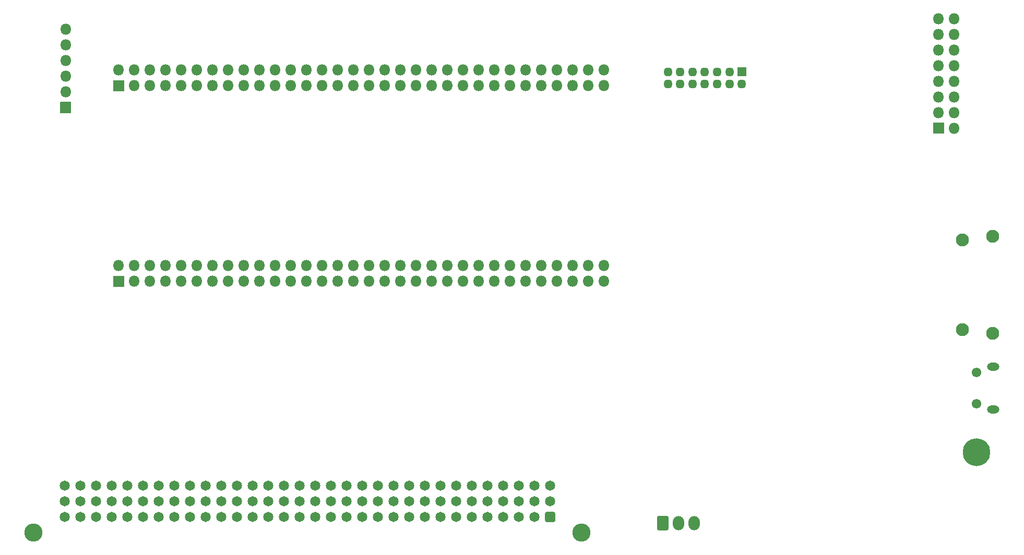
<source format=gbr>
G04 #@! TF.GenerationSoftware,KiCad,Pcbnew,5.1.9+dfsg1-1~bpo10+1*
G04 #@! TF.CreationDate,2023-03-18T13:25:21+01:00*
G04 #@! TF.ProjectId,nubus-to-ztex,6e756275-732d-4746-9f2d-7a7465782e6b,rev?*
G04 #@! TF.SameCoordinates,Original*
G04 #@! TF.FileFunction,Soldermask,Bot*
G04 #@! TF.FilePolarity,Negative*
%FSLAX46Y46*%
G04 Gerber Fmt 4.6, Leading zero omitted, Abs format (unit mm)*
G04 Created by KiCad (PCBNEW 5.1.9+dfsg1-1~bpo10+1) date 2023-03-18 13:25:21*
%MOMM*%
%LPD*%
G01*
G04 APERTURE LIST*
%ADD10O,1.802000X1.802000*%
%ADD11O,1.452000X1.452000*%
%ADD12C,4.502000*%
%ADD13C,1.552000*%
%ADD14O,2.002000X1.302000*%
%ADD15O,1.842000X2.302000*%
%ADD16C,2.102000*%
%ADD17C,2.952000*%
%ADD18C,1.652000*%
%ADD19C,0.100000*%
G04 APERTURE END LIST*
D10*
X265540000Y-19110000D03*
X263000000Y-19110000D03*
X265540000Y-21650000D03*
X263000000Y-21650000D03*
X265540000Y-24190000D03*
X263000000Y-24190000D03*
X265540000Y-26730000D03*
X263000000Y-26730000D03*
X265540000Y-29270000D03*
X263000000Y-29270000D03*
X265540000Y-31810000D03*
X263000000Y-31810000D03*
X265540000Y-34350000D03*
X263000000Y-34350000D03*
X265540000Y-36890000D03*
G36*
G01*
X263901000Y-36040000D02*
X263901000Y-37740000D01*
G75*
G02*
X263850000Y-37791000I-51000J0D01*
G01*
X262150000Y-37791000D01*
G75*
G02*
X262099000Y-37740000I0J51000D01*
G01*
X262099000Y-36040000D01*
G75*
G02*
X262150000Y-35989000I51000J0D01*
G01*
X263850000Y-35989000D01*
G75*
G02*
X263901000Y-36040000I0J-51000D01*
G01*
G37*
D11*
X219080000Y-29730000D03*
X219080000Y-27730000D03*
X221080000Y-29730000D03*
X221080000Y-27730000D03*
X223080000Y-29730000D03*
X223080000Y-27730000D03*
X225080000Y-29730000D03*
X225080000Y-27730000D03*
X227080000Y-29730000D03*
X227080000Y-27730000D03*
X229080000Y-29730000D03*
X229080000Y-27730000D03*
X231080000Y-29730000D03*
G36*
G01*
X230405000Y-27004000D02*
X231755000Y-27004000D01*
G75*
G02*
X231806000Y-27055000I0J-51000D01*
G01*
X231806000Y-28405000D01*
G75*
G02*
X231755000Y-28456000I-51000J0D01*
G01*
X230405000Y-28456000D01*
G75*
G02*
X230354000Y-28405000I0J51000D01*
G01*
X230354000Y-27055000D01*
G75*
G02*
X230405000Y-27004000I51000J0D01*
G01*
G37*
G36*
G01*
X122301000Y-32678000D02*
X122301000Y-34378000D01*
G75*
G02*
X122250000Y-34429000I-51000J0D01*
G01*
X120550000Y-34429000D01*
G75*
G02*
X120499000Y-34378000I0J51000D01*
G01*
X120499000Y-32678000D01*
G75*
G02*
X120550000Y-32627000I51000J0D01*
G01*
X122250000Y-32627000D01*
G75*
G02*
X122301000Y-32678000I0J-51000D01*
G01*
G37*
D10*
X121400000Y-30988000D03*
X121400000Y-28448000D03*
X121400000Y-25908000D03*
X121400000Y-23368000D03*
X121400000Y-20828000D03*
D12*
X269197500Y-89500000D03*
D13*
X269197500Y-81570000D03*
X269197500Y-76570000D03*
D14*
X271897500Y-82570000D03*
X271897500Y-75570000D03*
G36*
G01*
X217339000Y-101886346D02*
X217339000Y-100113654D01*
G75*
G02*
X217603654Y-99849000I264654J0D01*
G01*
X218916346Y-99849000D01*
G75*
G02*
X219181000Y-100113654I0J-264654D01*
G01*
X219181000Y-101886346D01*
G75*
G02*
X218916346Y-102151000I-264654J0D01*
G01*
X217603654Y-102151000D01*
G75*
G02*
X217339000Y-101886346I0J264654D01*
G01*
G37*
D15*
X220800000Y-101000000D03*
X223340000Y-101000000D03*
G36*
G01*
X130850000Y-30901000D02*
X129150000Y-30901000D01*
G75*
G02*
X129099000Y-30850000I0J51000D01*
G01*
X129099000Y-29150000D01*
G75*
G02*
X129150000Y-29099000I51000J0D01*
G01*
X130850000Y-29099000D01*
G75*
G02*
X130901000Y-29150000I0J-51000D01*
G01*
X130901000Y-30850000D01*
G75*
G02*
X130850000Y-30901000I-51000J0D01*
G01*
G37*
D10*
X130000000Y-27460000D03*
X132540000Y-30000000D03*
X132540000Y-27460000D03*
X135080000Y-30000000D03*
X135080000Y-27460000D03*
X137620000Y-30000000D03*
X137620000Y-27460000D03*
X140160000Y-30000000D03*
X140160000Y-27460000D03*
X142700000Y-30000000D03*
X142700000Y-27460000D03*
X145240000Y-30000000D03*
X145240000Y-27460000D03*
X147780000Y-30000000D03*
X147780000Y-27460000D03*
X150320000Y-30000000D03*
X150320000Y-27460000D03*
X152860000Y-30000000D03*
X152860000Y-27460000D03*
X155400000Y-30000000D03*
X155400000Y-27460000D03*
X157940000Y-30000000D03*
X157940000Y-27460000D03*
X160480000Y-30000000D03*
X160480000Y-27460000D03*
X163020000Y-30000000D03*
X163020000Y-27460000D03*
X165560000Y-30000000D03*
X165560000Y-27460000D03*
X168100000Y-30000000D03*
X168100000Y-27460000D03*
X170640000Y-30000000D03*
X170640000Y-27460000D03*
X173180000Y-30000000D03*
X173180000Y-27460000D03*
X175720000Y-30000000D03*
X175720000Y-27460000D03*
X178260000Y-30000000D03*
X178260000Y-27460000D03*
X180800000Y-30000000D03*
X180800000Y-27460000D03*
X183340000Y-30000000D03*
X183340000Y-27460000D03*
X185880000Y-30000000D03*
X185880000Y-27460000D03*
X188420000Y-30000000D03*
X188420000Y-27460000D03*
X190960000Y-30000000D03*
X190960000Y-27460000D03*
X193500000Y-30000000D03*
X193500000Y-27460000D03*
X196040000Y-30000000D03*
X196040000Y-27460000D03*
X198580000Y-30000000D03*
X198580000Y-27460000D03*
X201120000Y-30000000D03*
X201120000Y-27460000D03*
X203660000Y-30000000D03*
X203660000Y-27460000D03*
X206200000Y-30000000D03*
X206200000Y-27460000D03*
X208740000Y-30000000D03*
X208740000Y-27460000D03*
D16*
X271800000Y-70150000D03*
X271800000Y-54450000D03*
X266850000Y-69550000D03*
X266850000Y-55050000D03*
D17*
X205080000Y-102540000D03*
X116180000Y-102540000D03*
G36*
G01*
X200826000Y-99440449D02*
X200826000Y-100559551D01*
G75*
G02*
X200559551Y-100826000I-266449J0D01*
G01*
X199440449Y-100826000D01*
G75*
G02*
X199174000Y-100559551I0J266449D01*
G01*
X199174000Y-99440449D01*
G75*
G02*
X199440449Y-99174000I266449J0D01*
G01*
X200559551Y-99174000D01*
G75*
G02*
X200826000Y-99440449I0J-266449D01*
G01*
G37*
D18*
X197460000Y-100000000D03*
X194920000Y-100000000D03*
X192380000Y-100000000D03*
X189840000Y-100000000D03*
X187300000Y-100000000D03*
X184760000Y-100000000D03*
X182220000Y-100000000D03*
X179680000Y-100000000D03*
X177140000Y-100000000D03*
X174600000Y-100000000D03*
X172060000Y-100000000D03*
X169520000Y-100000000D03*
X166980000Y-100000000D03*
X164440000Y-100000000D03*
X161900000Y-100000000D03*
X159360000Y-100000000D03*
X156820000Y-100000000D03*
X154280000Y-100000000D03*
X151740000Y-100000000D03*
X149200000Y-100000000D03*
X146660000Y-100000000D03*
X144120000Y-100000000D03*
X141580000Y-100000000D03*
X139040000Y-100000000D03*
X136500000Y-100000000D03*
X133960000Y-100000000D03*
X131420000Y-100000000D03*
X128880000Y-100000000D03*
X126340000Y-100000000D03*
X123800000Y-100000000D03*
X121260000Y-100000000D03*
X200000000Y-97460000D03*
X197460000Y-97460000D03*
X194920000Y-97460000D03*
X192380000Y-97460000D03*
X189840000Y-97460000D03*
X187300000Y-97460000D03*
X184760000Y-97460000D03*
X182220000Y-97460000D03*
X179680000Y-97460000D03*
X177140000Y-97460000D03*
X174600000Y-97460000D03*
X172060000Y-97460000D03*
X169520000Y-97460000D03*
X166980000Y-97460000D03*
X164440000Y-97460000D03*
X161900000Y-97460000D03*
X159360000Y-97460000D03*
X156820000Y-97460000D03*
X154280000Y-97460000D03*
X151740000Y-97460000D03*
X149200000Y-97460000D03*
X146660000Y-97460000D03*
X144120000Y-97460000D03*
X141580000Y-97460000D03*
X139040000Y-97460000D03*
X136500000Y-97460000D03*
X133960000Y-97460000D03*
X131420000Y-97460000D03*
X128880000Y-97460000D03*
X126340000Y-97460000D03*
X123800000Y-97460000D03*
X121260000Y-97460000D03*
X200000000Y-94920000D03*
X197460000Y-94920000D03*
X194920000Y-94920000D03*
X192380000Y-94920000D03*
X189840000Y-94920000D03*
X187300000Y-94920000D03*
X184760000Y-94920000D03*
X182220000Y-94920000D03*
X179680000Y-94920000D03*
X177140000Y-94920000D03*
X174600000Y-94920000D03*
X172060000Y-94920000D03*
X169520000Y-94920000D03*
X166980000Y-94920000D03*
X164440000Y-94920000D03*
X161900000Y-94920000D03*
X159360000Y-94920000D03*
X156820000Y-94920000D03*
X154280000Y-94920000D03*
X151740000Y-94920000D03*
X149200000Y-94920000D03*
X146660000Y-94920000D03*
X144120000Y-94920000D03*
X141580000Y-94920000D03*
X139040000Y-94920000D03*
X136500000Y-94920000D03*
X133960000Y-94920000D03*
X131420000Y-94920000D03*
X128880000Y-94920000D03*
X126340000Y-94920000D03*
X123800000Y-94920000D03*
X121260000Y-94920000D03*
D10*
X208740000Y-59210000D03*
X208740000Y-61750000D03*
X206200000Y-59210000D03*
X206200000Y-61750000D03*
X203660000Y-59210000D03*
X203660000Y-61750000D03*
X201120000Y-59210000D03*
X201120000Y-61750000D03*
X198580000Y-59210000D03*
X198580000Y-61750000D03*
X196040000Y-59210000D03*
X196040000Y-61750000D03*
X193500000Y-59210000D03*
X193500000Y-61750000D03*
X190960000Y-59210000D03*
X190960000Y-61750000D03*
X188420000Y-59210000D03*
X188420000Y-61750000D03*
X185880000Y-59210000D03*
X185880000Y-61750000D03*
X183340000Y-59210000D03*
X183340000Y-61750000D03*
X180800000Y-59210000D03*
X180800000Y-61750000D03*
X178260000Y-59210000D03*
X178260000Y-61750000D03*
X175720000Y-59210000D03*
X175720000Y-61750000D03*
X173180000Y-59210000D03*
X173180000Y-61750000D03*
X170640000Y-59210000D03*
X170640000Y-61750000D03*
X168100000Y-59210000D03*
X168100000Y-61750000D03*
X165560000Y-59210000D03*
X165560000Y-61750000D03*
X163020000Y-59210000D03*
X163020000Y-61750000D03*
X160480000Y-59210000D03*
X160480000Y-61750000D03*
X157940000Y-59210000D03*
X157940000Y-61750000D03*
X155400000Y-59210000D03*
X155400000Y-61750000D03*
X152860000Y-59210000D03*
X152860000Y-61750000D03*
X150320000Y-59210000D03*
X150320000Y-61750000D03*
X147780000Y-59210000D03*
X147780000Y-61750000D03*
X145240000Y-59210000D03*
X145240000Y-61750000D03*
X142700000Y-59210000D03*
X142700000Y-61750000D03*
X140160000Y-59210000D03*
X140160000Y-61750000D03*
X137620000Y-59210000D03*
X137620000Y-61750000D03*
X135080000Y-59210000D03*
X135080000Y-61750000D03*
X132540000Y-59210000D03*
X132540000Y-61750000D03*
X130000000Y-59210000D03*
G36*
G01*
X130850000Y-62651000D02*
X129150000Y-62651000D01*
G75*
G02*
X129099000Y-62600000I0J51000D01*
G01*
X129099000Y-60900000D01*
G75*
G02*
X129150000Y-60849000I51000J0D01*
G01*
X130850000Y-60849000D01*
G75*
G02*
X130901000Y-60900000I0J-51000D01*
G01*
X130901000Y-62600000D01*
G75*
G02*
X130850000Y-62651000I-51000J0D01*
G01*
G37*
D19*
G36*
X217340990Y-101886150D02*
G01*
X217346055Y-101937582D01*
X217361003Y-101986856D01*
X217385273Y-102032264D01*
X217417936Y-102072064D01*
X217457736Y-102104727D01*
X217503144Y-102128997D01*
X217552418Y-102143945D01*
X217603850Y-102149010D01*
X217605476Y-102150175D01*
X217605280Y-102152165D01*
X217603654Y-102153000D01*
X217520712Y-102153000D01*
X217520516Y-102152990D01*
X217480244Y-102149024D01*
X217479859Y-102148948D01*
X217447035Y-102138990D01*
X217446673Y-102138840D01*
X217416425Y-102122672D01*
X217416099Y-102122454D01*
X217389583Y-102100694D01*
X217389306Y-102100417D01*
X217367546Y-102073901D01*
X217367328Y-102073575D01*
X217351160Y-102043327D01*
X217351010Y-102042965D01*
X217341052Y-102010141D01*
X217340976Y-102009756D01*
X217337010Y-101969484D01*
X217337000Y-101969288D01*
X217337000Y-101886346D01*
X217338000Y-101884614D01*
X217340000Y-101884614D01*
X217340990Y-101886150D01*
G37*
G36*
X219182165Y-101884720D02*
G01*
X219183000Y-101886346D01*
X219183000Y-101969288D01*
X219182990Y-101969484D01*
X219179024Y-102009756D01*
X219178948Y-102010141D01*
X219168990Y-102042965D01*
X219168840Y-102043327D01*
X219152672Y-102073575D01*
X219152454Y-102073901D01*
X219130694Y-102100417D01*
X219130417Y-102100694D01*
X219103901Y-102122454D01*
X219103575Y-102122672D01*
X219073327Y-102138840D01*
X219072965Y-102138990D01*
X219040141Y-102148948D01*
X219039756Y-102149024D01*
X218999484Y-102152990D01*
X218999288Y-102153000D01*
X218916346Y-102153000D01*
X218914614Y-102152000D01*
X218914614Y-102150000D01*
X218916150Y-102149010D01*
X218967582Y-102143945D01*
X219016856Y-102128997D01*
X219062264Y-102104727D01*
X219102064Y-102072064D01*
X219134727Y-102032264D01*
X219158997Y-101986856D01*
X219173945Y-101937582D01*
X219179010Y-101886150D01*
X219180175Y-101884524D01*
X219182165Y-101884720D01*
G37*
G36*
X217605386Y-99848000D02*
G01*
X217605386Y-99850000D01*
X217603850Y-99850990D01*
X217552418Y-99856055D01*
X217503144Y-99871003D01*
X217457736Y-99895273D01*
X217417936Y-99927936D01*
X217385273Y-99967736D01*
X217361003Y-100013144D01*
X217346055Y-100062418D01*
X217340990Y-100113850D01*
X217339825Y-100115476D01*
X217337835Y-100115280D01*
X217337000Y-100113654D01*
X217337000Y-100030712D01*
X217337010Y-100030516D01*
X217340976Y-99990244D01*
X217341052Y-99989859D01*
X217351010Y-99957035D01*
X217351160Y-99956673D01*
X217367328Y-99926425D01*
X217367546Y-99926099D01*
X217389306Y-99899583D01*
X217389583Y-99899306D01*
X217416099Y-99877546D01*
X217416425Y-99877328D01*
X217446673Y-99861160D01*
X217447035Y-99861010D01*
X217479859Y-99851052D01*
X217480244Y-99850976D01*
X217520516Y-99847010D01*
X217520712Y-99847000D01*
X217603654Y-99847000D01*
X217605386Y-99848000D01*
G37*
G36*
X218999484Y-99847010D02*
G01*
X219039756Y-99850976D01*
X219040141Y-99851052D01*
X219072965Y-99861010D01*
X219073327Y-99861160D01*
X219103575Y-99877328D01*
X219103901Y-99877546D01*
X219130417Y-99899306D01*
X219130694Y-99899583D01*
X219152454Y-99926099D01*
X219152672Y-99926425D01*
X219168840Y-99956673D01*
X219168990Y-99957035D01*
X219178948Y-99989859D01*
X219179024Y-99990244D01*
X219182990Y-100030516D01*
X219183000Y-100030712D01*
X219183000Y-100113654D01*
X219182000Y-100115386D01*
X219180000Y-100115386D01*
X219179010Y-100113850D01*
X219173945Y-100062418D01*
X219158997Y-100013144D01*
X219134727Y-99967736D01*
X219102064Y-99927936D01*
X219062264Y-99895273D01*
X219016856Y-99871003D01*
X218967582Y-99856055D01*
X218916150Y-99850990D01*
X218914524Y-99849825D01*
X218914720Y-99847835D01*
X218916346Y-99847000D01*
X218999288Y-99847000D01*
X218999484Y-99847010D01*
G37*
M02*

</source>
